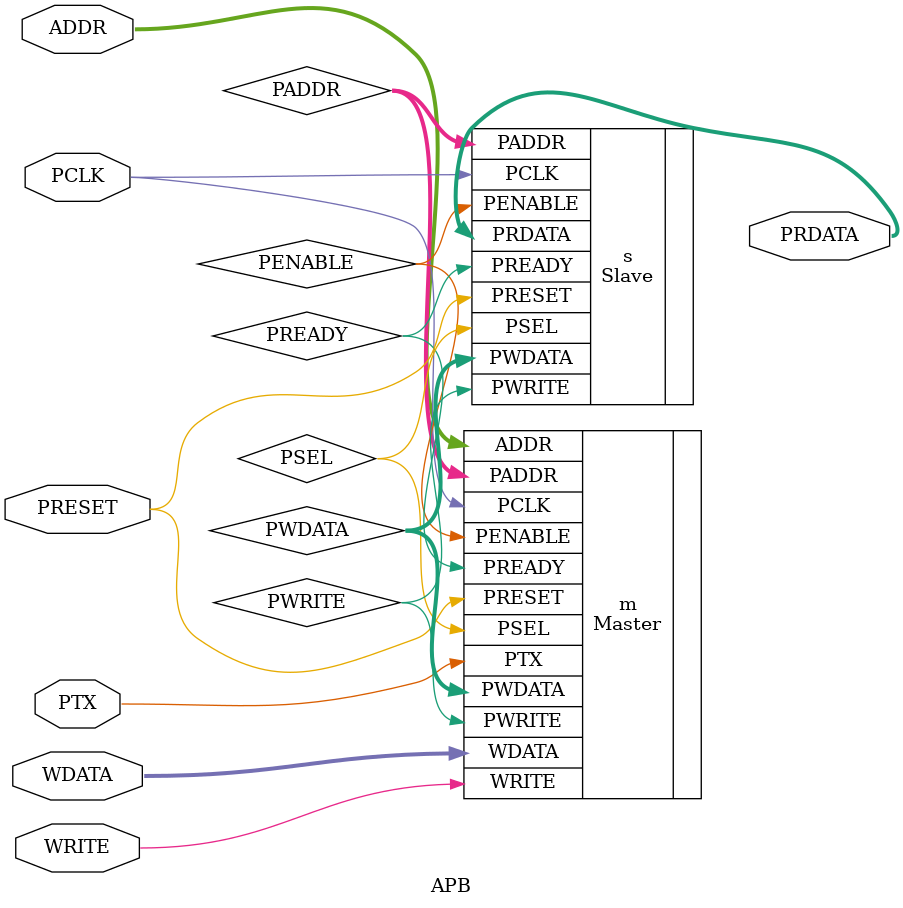
<source format=v>
`timescale 1ns/1ps

module APB (PCLK,PRESET,WRITE,PTX,ADDR,WDATA,PRDATA);

input PCLK,PRESET,WRITE,PTX;
input [7:0] ADDR;
input [31:0] WDATA;

//output reg PREADY;
output wire [31:0]PRDATA;

wire PSEL,PENABLE,PWRITE,PREADY;
wire [7:0] PADDR;
wire [31:0] PWDATA;

Master m(
    .PCLK(PCLK),
    .PRESET(PRESET),
    .WRITE(WRITE),
    .ADDR(ADDR),
    .WDATA(WDATA),
    .PTX(PTX),
    .PSEL(PSEL),
    .PENABLE(PENABLE),
    .PADDR(PADDR),
    .PWDATA(PWDATA),
    .PWRITE(PWRITE),
    .PREADY(PREADY)
);

Slave s(
    .PCLK(PCLK),
    .PRESET(PRESET),
    .PSEL(PSEL),
    .PENABLE(PENABLE),
    .PADDR(PADDR),
    .PWDATA(PWDATA),
    .PWRITE(PWRITE),
    .PREADY(PREADY),
    .PRDATA(PRDATA)
);

endmodule
</source>
